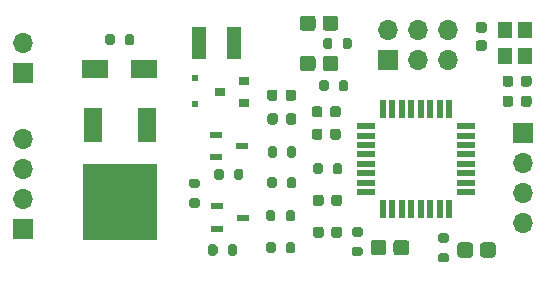
<source format=gbr>
G04 #@! TF.GenerationSoftware,KiCad,Pcbnew,(5.1.12)-1*
G04 #@! TF.CreationDate,2021-12-08T09:26:21+00:00*
G04 #@! TF.ProjectId,LightMinderSMD,4c696768-744d-4696-9e64-6572534d442e,rev?*
G04 #@! TF.SameCoordinates,Original*
G04 #@! TF.FileFunction,Soldermask,Top*
G04 #@! TF.FilePolarity,Negative*
%FSLAX46Y46*%
G04 Gerber Fmt 4.6, Leading zero omitted, Abs format (unit mm)*
G04 Created by KiCad (PCBNEW (5.1.12)-1) date 2021-12-08 09:26:21*
%MOMM*%
%LPD*%
G01*
G04 APERTURE LIST*
%ADD10R,1.500000X2.900000*%
%ADD11R,6.300000X6.500000*%
%ADD12O,1.700000X1.700000*%
%ADD13R,1.700000X1.700000*%
%ADD14R,0.900000X0.800000*%
%ADD15R,1.100000X0.600000*%
%ADD16R,1.180000X2.810000*%
%ADD17R,2.200000X1.550000*%
%ADD18R,1.200000X1.400000*%
%ADD19R,0.500000X0.500000*%
%ADD20R,0.550000X1.600000*%
%ADD21R,1.600000X0.550000*%
G04 APERTURE END LIST*
G36*
G01*
X126025000Y-92725000D02*
X126575000Y-92725000D01*
G75*
G02*
X126775000Y-92925000I0J-200000D01*
G01*
X126775000Y-93325000D01*
G75*
G02*
X126575000Y-93525000I-200000J0D01*
G01*
X126025000Y-93525000D01*
G75*
G02*
X125825000Y-93325000I0J200000D01*
G01*
X125825000Y-92925000D01*
G75*
G02*
X126025000Y-92725000I200000J0D01*
G01*
G37*
G36*
G01*
X126025000Y-91075000D02*
X126575000Y-91075000D01*
G75*
G02*
X126775000Y-91275000I0J-200000D01*
G01*
X126775000Y-91675000D01*
G75*
G02*
X126575000Y-91875000I-200000J0D01*
G01*
X126025000Y-91875000D01*
G75*
G02*
X125825000Y-91675000I0J200000D01*
G01*
X125825000Y-91275000D01*
G75*
G02*
X126025000Y-91075000I200000J0D01*
G01*
G37*
G36*
G01*
X123450000Y-91250000D02*
X123450000Y-91750000D01*
G75*
G02*
X123225000Y-91975000I-225000J0D01*
G01*
X122775000Y-91975000D01*
G75*
G02*
X122550000Y-91750000I0J225000D01*
G01*
X122550000Y-91250000D01*
G75*
G02*
X122775000Y-91025000I225000J0D01*
G01*
X123225000Y-91025000D01*
G75*
G02*
X123450000Y-91250000I0J-225000D01*
G01*
G37*
G36*
G01*
X125000000Y-91250000D02*
X125000000Y-91750000D01*
G75*
G02*
X124775000Y-91975000I-225000J0D01*
G01*
X124325000Y-91975000D01*
G75*
G02*
X124100000Y-91750000I0J225000D01*
G01*
X124100000Y-91250000D01*
G75*
G02*
X124325000Y-91025000I225000J0D01*
G01*
X124775000Y-91025000D01*
G75*
G02*
X125000000Y-91250000I0J-225000D01*
G01*
G37*
G36*
G01*
X123350000Y-82950000D02*
X123350000Y-83450000D01*
G75*
G02*
X123125000Y-83675000I-225000J0D01*
G01*
X122675000Y-83675000D01*
G75*
G02*
X122450000Y-83450000I0J225000D01*
G01*
X122450000Y-82950000D01*
G75*
G02*
X122675000Y-82725000I225000J0D01*
G01*
X123125000Y-82725000D01*
G75*
G02*
X123350000Y-82950000I0J-225000D01*
G01*
G37*
G36*
G01*
X124900000Y-82950000D02*
X124900000Y-83450000D01*
G75*
G02*
X124675000Y-83675000I-225000J0D01*
G01*
X124225000Y-83675000D01*
G75*
G02*
X124000000Y-83450000I0J225000D01*
G01*
X124000000Y-82950000D01*
G75*
G02*
X124225000Y-82725000I225000J0D01*
G01*
X124675000Y-82725000D01*
G75*
G02*
X124900000Y-82950000I0J-225000D01*
G01*
G37*
G36*
G01*
X140150000Y-78950000D02*
X140150000Y-78450000D01*
G75*
G02*
X140375000Y-78225000I225000J0D01*
G01*
X140825000Y-78225000D01*
G75*
G02*
X141050000Y-78450000I0J-225000D01*
G01*
X141050000Y-78950000D01*
G75*
G02*
X140825000Y-79175000I-225000J0D01*
G01*
X140375000Y-79175000D01*
G75*
G02*
X140150000Y-78950000I0J225000D01*
G01*
G37*
G36*
G01*
X138600000Y-78950000D02*
X138600000Y-78450000D01*
G75*
G02*
X138825000Y-78225000I225000J0D01*
G01*
X139275000Y-78225000D01*
G75*
G02*
X139500000Y-78450000I0J-225000D01*
G01*
X139500000Y-78950000D01*
G75*
G02*
X139275000Y-79175000I-225000J0D01*
G01*
X138825000Y-79175000D01*
G75*
G02*
X138600000Y-78950000I0J225000D01*
G01*
G37*
G36*
G01*
X137050000Y-74600000D02*
X136550000Y-74600000D01*
G75*
G02*
X136325000Y-74375000I0J225000D01*
G01*
X136325000Y-73925000D01*
G75*
G02*
X136550000Y-73700000I225000J0D01*
G01*
X137050000Y-73700000D01*
G75*
G02*
X137275000Y-73925000I0J-225000D01*
G01*
X137275000Y-74375000D01*
G75*
G02*
X137050000Y-74600000I-225000J0D01*
G01*
G37*
G36*
G01*
X137050000Y-76150000D02*
X136550000Y-76150000D01*
G75*
G02*
X136325000Y-75925000I0J225000D01*
G01*
X136325000Y-75475000D01*
G75*
G02*
X136550000Y-75250000I225000J0D01*
G01*
X137050000Y-75250000D01*
G75*
G02*
X137275000Y-75475000I0J-225000D01*
G01*
X137275000Y-75925000D01*
G75*
G02*
X137050000Y-76150000I-225000J0D01*
G01*
G37*
G36*
G01*
X123450000Y-88550000D02*
X123450000Y-89050000D01*
G75*
G02*
X123225000Y-89275000I-225000J0D01*
G01*
X122775000Y-89275000D01*
G75*
G02*
X122550000Y-89050000I0J225000D01*
G01*
X122550000Y-88550000D01*
G75*
G02*
X122775000Y-88325000I225000J0D01*
G01*
X123225000Y-88325000D01*
G75*
G02*
X123450000Y-88550000I0J-225000D01*
G01*
G37*
G36*
G01*
X125000000Y-88550000D02*
X125000000Y-89050000D01*
G75*
G02*
X124775000Y-89275000I-225000J0D01*
G01*
X124325000Y-89275000D01*
G75*
G02*
X124100000Y-89050000I0J225000D01*
G01*
X124100000Y-88550000D01*
G75*
G02*
X124325000Y-88325000I225000J0D01*
G01*
X124775000Y-88325000D01*
G75*
G02*
X125000000Y-88550000I0J-225000D01*
G01*
G37*
G36*
G01*
X123350000Y-81050000D02*
X123350000Y-81550000D01*
G75*
G02*
X123125000Y-81775000I-225000J0D01*
G01*
X122675000Y-81775000D01*
G75*
G02*
X122450000Y-81550000I0J225000D01*
G01*
X122450000Y-81050000D01*
G75*
G02*
X122675000Y-80825000I225000J0D01*
G01*
X123125000Y-80825000D01*
G75*
G02*
X123350000Y-81050000I0J-225000D01*
G01*
G37*
G36*
G01*
X124900000Y-81050000D02*
X124900000Y-81550000D01*
G75*
G02*
X124675000Y-81775000I-225000J0D01*
G01*
X124225000Y-81775000D01*
G75*
G02*
X124000000Y-81550000I0J225000D01*
G01*
X124000000Y-81050000D01*
G75*
G02*
X124225000Y-80825000I225000J0D01*
G01*
X124675000Y-80825000D01*
G75*
G02*
X124900000Y-81050000I0J-225000D01*
G01*
G37*
G36*
G01*
X140150000Y-80650000D02*
X140150000Y-80150000D01*
G75*
G02*
X140375000Y-79925000I225000J0D01*
G01*
X140825000Y-79925000D01*
G75*
G02*
X141050000Y-80150000I0J-225000D01*
G01*
X141050000Y-80650000D01*
G75*
G02*
X140825000Y-80875000I-225000J0D01*
G01*
X140375000Y-80875000D01*
G75*
G02*
X140150000Y-80650000I0J225000D01*
G01*
G37*
G36*
G01*
X138600000Y-80650000D02*
X138600000Y-80150000D01*
G75*
G02*
X138825000Y-79925000I225000J0D01*
G01*
X139275000Y-79925000D01*
G75*
G02*
X139500000Y-80150000I0J-225000D01*
G01*
X139500000Y-80650000D01*
G75*
G02*
X139275000Y-80875000I-225000J0D01*
G01*
X138825000Y-80875000D01*
G75*
G02*
X138600000Y-80650000I0J225000D01*
G01*
G37*
G36*
G01*
X106615000Y-75475000D02*
X106615000Y-74925000D01*
G75*
G02*
X106815000Y-74725000I200000J0D01*
G01*
X107215000Y-74725000D01*
G75*
G02*
X107415000Y-74925000I0J-200000D01*
G01*
X107415000Y-75475000D01*
G75*
G02*
X107215000Y-75675000I-200000J0D01*
G01*
X106815000Y-75675000D01*
G75*
G02*
X106615000Y-75475000I0J200000D01*
G01*
G37*
G36*
G01*
X104965000Y-75475000D02*
X104965000Y-74925000D01*
G75*
G02*
X105165000Y-74725000I200000J0D01*
G01*
X105565000Y-74725000D01*
G75*
G02*
X105765000Y-74925000I0J-200000D01*
G01*
X105765000Y-75475000D01*
G75*
G02*
X105565000Y-75675000I-200000J0D01*
G01*
X105165000Y-75675000D01*
G75*
G02*
X104965000Y-75475000I0J200000D01*
G01*
G37*
G36*
G01*
X115000000Y-86325000D02*
X115000000Y-86875000D01*
G75*
G02*
X114800000Y-87075000I-200000J0D01*
G01*
X114400000Y-87075000D01*
G75*
G02*
X114200000Y-86875000I0J200000D01*
G01*
X114200000Y-86325000D01*
G75*
G02*
X114400000Y-86125000I200000J0D01*
G01*
X114800000Y-86125000D01*
G75*
G02*
X115000000Y-86325000I0J-200000D01*
G01*
G37*
G36*
G01*
X116650000Y-86325000D02*
X116650000Y-86875000D01*
G75*
G02*
X116450000Y-87075000I-200000J0D01*
G01*
X116050000Y-87075000D01*
G75*
G02*
X115850000Y-86875000I0J200000D01*
G01*
X115850000Y-86325000D01*
G75*
G02*
X116050000Y-86125000I200000J0D01*
G01*
X116450000Y-86125000D01*
G75*
G02*
X116650000Y-86325000I0J-200000D01*
G01*
G37*
G36*
G01*
X115325000Y-93275000D02*
X115325000Y-92725000D01*
G75*
G02*
X115525000Y-92525000I200000J0D01*
G01*
X115925000Y-92525000D01*
G75*
G02*
X116125000Y-92725000I0J-200000D01*
G01*
X116125000Y-93275000D01*
G75*
G02*
X115925000Y-93475000I-200000J0D01*
G01*
X115525000Y-93475000D01*
G75*
G02*
X115325000Y-93275000I0J200000D01*
G01*
G37*
G36*
G01*
X113675000Y-93275000D02*
X113675000Y-92725000D01*
G75*
G02*
X113875000Y-92525000I200000J0D01*
G01*
X114275000Y-92525000D01*
G75*
G02*
X114475000Y-92725000I0J-200000D01*
G01*
X114475000Y-93275000D01*
G75*
G02*
X114275000Y-93475000I-200000J0D01*
G01*
X113875000Y-93475000D01*
G75*
G02*
X113675000Y-93275000I0J200000D01*
G01*
G37*
G36*
G01*
X112225000Y-88600000D02*
X112775000Y-88600000D01*
G75*
G02*
X112975000Y-88800000I0J-200000D01*
G01*
X112975000Y-89200000D01*
G75*
G02*
X112775000Y-89400000I-200000J0D01*
G01*
X112225000Y-89400000D01*
G75*
G02*
X112025000Y-89200000I0J200000D01*
G01*
X112025000Y-88800000D01*
G75*
G02*
X112225000Y-88600000I200000J0D01*
G01*
G37*
G36*
G01*
X112225000Y-86950000D02*
X112775000Y-86950000D01*
G75*
G02*
X112975000Y-87150000I0J-200000D01*
G01*
X112975000Y-87550000D01*
G75*
G02*
X112775000Y-87750000I-200000J0D01*
G01*
X112225000Y-87750000D01*
G75*
G02*
X112025000Y-87550000I0J200000D01*
G01*
X112025000Y-87150000D01*
G75*
G02*
X112225000Y-86950000I200000J0D01*
G01*
G37*
G36*
G01*
X133325000Y-93250000D02*
X133875000Y-93250000D01*
G75*
G02*
X134075000Y-93450000I0J-200000D01*
G01*
X134075000Y-93850000D01*
G75*
G02*
X133875000Y-94050000I-200000J0D01*
G01*
X133325000Y-94050000D01*
G75*
G02*
X133125000Y-93850000I0J200000D01*
G01*
X133125000Y-93450000D01*
G75*
G02*
X133325000Y-93250000I200000J0D01*
G01*
G37*
G36*
G01*
X133325000Y-91600000D02*
X133875000Y-91600000D01*
G75*
G02*
X134075000Y-91800000I0J-200000D01*
G01*
X134075000Y-92200000D01*
G75*
G02*
X133875000Y-92400000I-200000J0D01*
G01*
X133325000Y-92400000D01*
G75*
G02*
X133125000Y-92200000I0J200000D01*
G01*
X133125000Y-91800000D01*
G75*
G02*
X133325000Y-91600000I200000J0D01*
G01*
G37*
G36*
G01*
X124725000Y-79375000D02*
X124725000Y-78825000D01*
G75*
G02*
X124925000Y-78625000I200000J0D01*
G01*
X125325000Y-78625000D01*
G75*
G02*
X125525000Y-78825000I0J-200000D01*
G01*
X125525000Y-79375000D01*
G75*
G02*
X125325000Y-79575000I-200000J0D01*
G01*
X124925000Y-79575000D01*
G75*
G02*
X124725000Y-79375000I0J200000D01*
G01*
G37*
G36*
G01*
X123075000Y-79375000D02*
X123075000Y-78825000D01*
G75*
G02*
X123275000Y-78625000I200000J0D01*
G01*
X123675000Y-78625000D01*
G75*
G02*
X123875000Y-78825000I0J-200000D01*
G01*
X123875000Y-79375000D01*
G75*
G02*
X123675000Y-79575000I-200000J0D01*
G01*
X123275000Y-79575000D01*
G75*
G02*
X123075000Y-79375000I0J200000D01*
G01*
G37*
G36*
G01*
X124200000Y-75225000D02*
X124200000Y-75775000D01*
G75*
G02*
X124000000Y-75975000I-200000J0D01*
G01*
X123600000Y-75975000D01*
G75*
G02*
X123400000Y-75775000I0J200000D01*
G01*
X123400000Y-75225000D01*
G75*
G02*
X123600000Y-75025000I200000J0D01*
G01*
X124000000Y-75025000D01*
G75*
G02*
X124200000Y-75225000I0J-200000D01*
G01*
G37*
G36*
G01*
X125850000Y-75225000D02*
X125850000Y-75775000D01*
G75*
G02*
X125650000Y-75975000I-200000J0D01*
G01*
X125250000Y-75975000D01*
G75*
G02*
X125050000Y-75775000I0J200000D01*
G01*
X125050000Y-75225000D01*
G75*
G02*
X125250000Y-75025000I200000J0D01*
G01*
X125650000Y-75025000D01*
G75*
G02*
X125850000Y-75225000I0J-200000D01*
G01*
G37*
G36*
G01*
X120350000Y-84975000D02*
X120350000Y-84425000D01*
G75*
G02*
X120550000Y-84225000I200000J0D01*
G01*
X120950000Y-84225000D01*
G75*
G02*
X121150000Y-84425000I0J-200000D01*
G01*
X121150000Y-84975000D01*
G75*
G02*
X120950000Y-85175000I-200000J0D01*
G01*
X120550000Y-85175000D01*
G75*
G02*
X120350000Y-84975000I0J200000D01*
G01*
G37*
G36*
G01*
X118700000Y-84975000D02*
X118700000Y-84425000D01*
G75*
G02*
X118900000Y-84225000I200000J0D01*
G01*
X119300000Y-84225000D01*
G75*
G02*
X119500000Y-84425000I0J-200000D01*
G01*
X119500000Y-84975000D01*
G75*
G02*
X119300000Y-85175000I-200000J0D01*
G01*
X118900000Y-85175000D01*
G75*
G02*
X118700000Y-84975000I0J200000D01*
G01*
G37*
G36*
G01*
X119400000Y-92525000D02*
X119400000Y-93075000D01*
G75*
G02*
X119200000Y-93275000I-200000J0D01*
G01*
X118800000Y-93275000D01*
G75*
G02*
X118600000Y-93075000I0J200000D01*
G01*
X118600000Y-92525000D01*
G75*
G02*
X118800000Y-92325000I200000J0D01*
G01*
X119200000Y-92325000D01*
G75*
G02*
X119400000Y-92525000I0J-200000D01*
G01*
G37*
G36*
G01*
X121050000Y-92525000D02*
X121050000Y-93075000D01*
G75*
G02*
X120850000Y-93275000I-200000J0D01*
G01*
X120450000Y-93275000D01*
G75*
G02*
X120250000Y-93075000I0J200000D01*
G01*
X120250000Y-92525000D01*
G75*
G02*
X120450000Y-92325000I200000J0D01*
G01*
X120850000Y-92325000D01*
G75*
G02*
X121050000Y-92525000I0J-200000D01*
G01*
G37*
G36*
G01*
X119375000Y-89825000D02*
X119375000Y-90375000D01*
G75*
G02*
X119175000Y-90575000I-200000J0D01*
G01*
X118775000Y-90575000D01*
G75*
G02*
X118575000Y-90375000I0J200000D01*
G01*
X118575000Y-89825000D01*
G75*
G02*
X118775000Y-89625000I200000J0D01*
G01*
X119175000Y-89625000D01*
G75*
G02*
X119375000Y-89825000I0J-200000D01*
G01*
G37*
G36*
G01*
X121025000Y-89825000D02*
X121025000Y-90375000D01*
G75*
G02*
X120825000Y-90575000I-200000J0D01*
G01*
X120425000Y-90575000D01*
G75*
G02*
X120225000Y-90375000I0J200000D01*
G01*
X120225000Y-89825000D01*
G75*
G02*
X120425000Y-89625000I200000J0D01*
G01*
X120825000Y-89625000D01*
G75*
G02*
X121025000Y-89825000I0J-200000D01*
G01*
G37*
G36*
G01*
X119475000Y-87025000D02*
X119475000Y-87575000D01*
G75*
G02*
X119275000Y-87775000I-200000J0D01*
G01*
X118875000Y-87775000D01*
G75*
G02*
X118675000Y-87575000I0J200000D01*
G01*
X118675000Y-87025000D01*
G75*
G02*
X118875000Y-86825000I200000J0D01*
G01*
X119275000Y-86825000D01*
G75*
G02*
X119475000Y-87025000I0J-200000D01*
G01*
G37*
G36*
G01*
X121125000Y-87025000D02*
X121125000Y-87575000D01*
G75*
G02*
X120925000Y-87775000I-200000J0D01*
G01*
X120525000Y-87775000D01*
G75*
G02*
X120325000Y-87575000I0J200000D01*
G01*
X120325000Y-87025000D01*
G75*
G02*
X120525000Y-86825000I200000J0D01*
G01*
X120925000Y-86825000D01*
G75*
G02*
X121125000Y-87025000I0J-200000D01*
G01*
G37*
G36*
G01*
X124225000Y-86375000D02*
X124225000Y-85825000D01*
G75*
G02*
X124425000Y-85625000I200000J0D01*
G01*
X124825000Y-85625000D01*
G75*
G02*
X125025000Y-85825000I0J-200000D01*
G01*
X125025000Y-86375000D01*
G75*
G02*
X124825000Y-86575000I-200000J0D01*
G01*
X124425000Y-86575000D01*
G75*
G02*
X124225000Y-86375000I0J200000D01*
G01*
G37*
G36*
G01*
X122575000Y-86375000D02*
X122575000Y-85825000D01*
G75*
G02*
X122775000Y-85625000I200000J0D01*
G01*
X123175000Y-85625000D01*
G75*
G02*
X123375000Y-85825000I0J-200000D01*
G01*
X123375000Y-86375000D01*
G75*
G02*
X123175000Y-86575000I-200000J0D01*
G01*
X122775000Y-86575000D01*
G75*
G02*
X122575000Y-86375000I0J200000D01*
G01*
G37*
D10*
X103914000Y-82450000D03*
D11*
X106200000Y-88950000D03*
D10*
X108486000Y-82450000D03*
D12*
X140300000Y-90740000D03*
X140300000Y-88200000D03*
X140300000Y-85660000D03*
D13*
X140300000Y-83120000D03*
D12*
X134000000Y-74360000D03*
X134000000Y-76900000D03*
X131460000Y-74360000D03*
X131460000Y-76900000D03*
X128920000Y-74360000D03*
D13*
X128920000Y-76900000D03*
D12*
X98000000Y-75460000D03*
D13*
X98000000Y-78000000D03*
D12*
X98000000Y-83580000D03*
X98000000Y-86120000D03*
X98000000Y-88660000D03*
D13*
X98000000Y-91200000D03*
D14*
X114700000Y-79600000D03*
X116700000Y-78650000D03*
X116700000Y-80550000D03*
D15*
X116500000Y-84200000D03*
X114300000Y-85150000D03*
X114300000Y-83250000D03*
X116600000Y-90250000D03*
X114400000Y-91200000D03*
X114400000Y-89300000D03*
D16*
X115870000Y-75500000D03*
X112900000Y-75500000D03*
G36*
G01*
X136100000Y-92599999D02*
X136100000Y-93400001D01*
G75*
G02*
X135850001Y-93650000I-249999J0D01*
G01*
X135024999Y-93650000D01*
G75*
G02*
X134775000Y-93400001I0J249999D01*
G01*
X134775000Y-92599999D01*
G75*
G02*
X135024999Y-92350000I249999J0D01*
G01*
X135850001Y-92350000D01*
G75*
G02*
X136100000Y-92599999I0J-249999D01*
G01*
G37*
G36*
G01*
X138025000Y-92599999D02*
X138025000Y-93400001D01*
G75*
G02*
X137775001Y-93650000I-249999J0D01*
G01*
X136949999Y-93650000D01*
G75*
G02*
X136700000Y-93400001I0J249999D01*
G01*
X136700000Y-92599999D01*
G75*
G02*
X136949999Y-92350000I249999J0D01*
G01*
X137775001Y-92350000D01*
G75*
G02*
X138025000Y-92599999I0J-249999D01*
G01*
G37*
G36*
G01*
X128762500Y-92399999D02*
X128762500Y-93200001D01*
G75*
G02*
X128512501Y-93450000I-249999J0D01*
G01*
X127687499Y-93450000D01*
G75*
G02*
X127437500Y-93200001I0J249999D01*
G01*
X127437500Y-92399999D01*
G75*
G02*
X127687499Y-92150000I249999J0D01*
G01*
X128512501Y-92150000D01*
G75*
G02*
X128762500Y-92399999I0J-249999D01*
G01*
G37*
G36*
G01*
X130687500Y-92399999D02*
X130687500Y-93200001D01*
G75*
G02*
X130437501Y-93450000I-249999J0D01*
G01*
X129612499Y-93450000D01*
G75*
G02*
X129362500Y-93200001I0J249999D01*
G01*
X129362500Y-92399999D01*
G75*
G02*
X129612499Y-92150000I249999J0D01*
G01*
X130437501Y-92150000D01*
G75*
G02*
X130687500Y-92399999I0J-249999D01*
G01*
G37*
G36*
G01*
X123362500Y-77600001D02*
X123362500Y-76799999D01*
G75*
G02*
X123612499Y-76550000I249999J0D01*
G01*
X124437501Y-76550000D01*
G75*
G02*
X124687500Y-76799999I0J-249999D01*
G01*
X124687500Y-77600001D01*
G75*
G02*
X124437501Y-77850000I-249999J0D01*
G01*
X123612499Y-77850000D01*
G75*
G02*
X123362500Y-77600001I0J249999D01*
G01*
G37*
G36*
G01*
X121437500Y-77600001D02*
X121437500Y-76799999D01*
G75*
G02*
X121687499Y-76550000I249999J0D01*
G01*
X122512501Y-76550000D01*
G75*
G02*
X122762500Y-76799999I0J-249999D01*
G01*
X122762500Y-77600001D01*
G75*
G02*
X122512501Y-77850000I-249999J0D01*
G01*
X121687499Y-77850000D01*
G75*
G02*
X121437500Y-77600001I0J249999D01*
G01*
G37*
D17*
X108200000Y-77700000D03*
X104100000Y-77700000D03*
G36*
G01*
X123362500Y-74200001D02*
X123362500Y-73399999D01*
G75*
G02*
X123612499Y-73150000I249999J0D01*
G01*
X124437501Y-73150000D01*
G75*
G02*
X124687500Y-73399999I0J-249999D01*
G01*
X124687500Y-74200001D01*
G75*
G02*
X124437501Y-74450000I-249999J0D01*
G01*
X123612499Y-74450000D01*
G75*
G02*
X123362500Y-74200001I0J249999D01*
G01*
G37*
G36*
G01*
X121437500Y-74200001D02*
X121437500Y-73399999D01*
G75*
G02*
X121687499Y-73150000I249999J0D01*
G01*
X122512501Y-73150000D01*
G75*
G02*
X122762500Y-73399999I0J-249999D01*
G01*
X122762500Y-74200001D01*
G75*
G02*
X122512501Y-74450000I-249999J0D01*
G01*
X121687499Y-74450000D01*
G75*
G02*
X121437500Y-74200001I0J249999D01*
G01*
G37*
G36*
G01*
X120262500Y-82156250D02*
X120262500Y-81643750D01*
G75*
G02*
X120481250Y-81425000I218750J0D01*
G01*
X120918750Y-81425000D01*
G75*
G02*
X121137500Y-81643750I0J-218750D01*
G01*
X121137500Y-82156250D01*
G75*
G02*
X120918750Y-82375000I-218750J0D01*
G01*
X120481250Y-82375000D01*
G75*
G02*
X120262500Y-82156250I0J218750D01*
G01*
G37*
G36*
G01*
X118687500Y-82156250D02*
X118687500Y-81643750D01*
G75*
G02*
X118906250Y-81425000I218750J0D01*
G01*
X119343750Y-81425000D01*
G75*
G02*
X119562500Y-81643750I0J-218750D01*
G01*
X119562500Y-82156250D01*
G75*
G02*
X119343750Y-82375000I-218750J0D01*
G01*
X118906250Y-82375000D01*
G75*
G02*
X118687500Y-82156250I0J218750D01*
G01*
G37*
G36*
G01*
X120237500Y-80156250D02*
X120237500Y-79643750D01*
G75*
G02*
X120456250Y-79425000I218750J0D01*
G01*
X120893750Y-79425000D01*
G75*
G02*
X121112500Y-79643750I0J-218750D01*
G01*
X121112500Y-80156250D01*
G75*
G02*
X120893750Y-80375000I-218750J0D01*
G01*
X120456250Y-80375000D01*
G75*
G02*
X120237500Y-80156250I0J218750D01*
G01*
G37*
G36*
G01*
X118662500Y-80156250D02*
X118662500Y-79643750D01*
G75*
G02*
X118881250Y-79425000I218750J0D01*
G01*
X119318750Y-79425000D01*
G75*
G02*
X119537500Y-79643750I0J-218750D01*
G01*
X119537500Y-80156250D01*
G75*
G02*
X119318750Y-80375000I-218750J0D01*
G01*
X118881250Y-80375000D01*
G75*
G02*
X118662500Y-80156250I0J218750D01*
G01*
G37*
D18*
X140500000Y-74400000D03*
X140500000Y-76600000D03*
X138800000Y-76600000D03*
X138800000Y-74400000D03*
D19*
X112600000Y-80600000D03*
X112600000Y-78400000D03*
D20*
X134066000Y-89554000D03*
X133266000Y-89554000D03*
X132466000Y-89554000D03*
X131666000Y-89554000D03*
X130866000Y-89554000D03*
X130066000Y-89554000D03*
X129266000Y-89554000D03*
X128466000Y-89554000D03*
D21*
X127016000Y-88104000D03*
X127016000Y-87304000D03*
X127016000Y-86504000D03*
X127016000Y-85704000D03*
X127016000Y-84904000D03*
X127016000Y-84104000D03*
X127016000Y-83304000D03*
X127016000Y-82504000D03*
D20*
X128466000Y-81054000D03*
X129266000Y-81054000D03*
X130066000Y-81054000D03*
X130866000Y-81054000D03*
X131666000Y-81054000D03*
X132466000Y-81054000D03*
X133266000Y-81054000D03*
X134066000Y-81054000D03*
D21*
X135516000Y-82504000D03*
X135516000Y-83304000D03*
X135516000Y-84104000D03*
X135516000Y-84904000D03*
X135516000Y-85704000D03*
X135516000Y-86504000D03*
X135516000Y-87304000D03*
X135516000Y-88104000D03*
M02*

</source>
